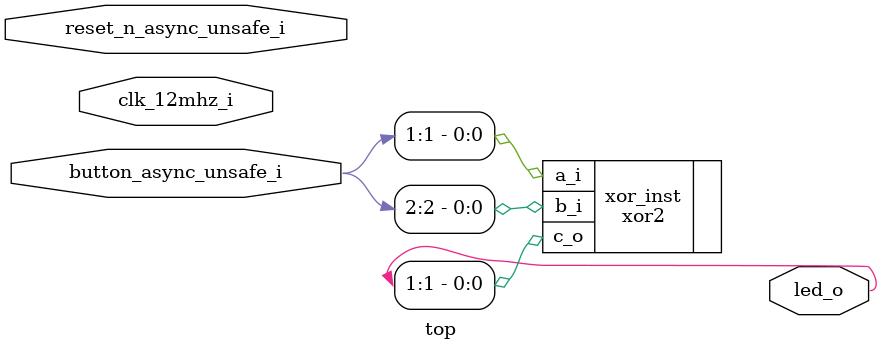
<source format=sv>
module top
  (input [0:0] clk_12mhz_i
  ,input [0:0] reset_n_async_unsafe_i
   // n: Negative Polarity (0 when pressed, 1 otherwise)
   // async: Not synchronized to clock
   // unsafe: Not De-Bounced
  ,input [3:1] button_async_unsafe_i
   // async: Not synchronized to clock
   // unsafe: Not De-Bounced
  ,output [5:1] led_o);

  // For this lab, instantiate your xor2 gate. Using two wires from
  // btn_async_unsafe_i, drive an output wire in led_o.
  //
  // Your code goes here
  xor2 xor_inst (.a_i(button_async_unsafe_i[1]), .b_i(button_async_unsafe_i[2]), .c_o(led_o[1]));
  
endmodule

</source>
